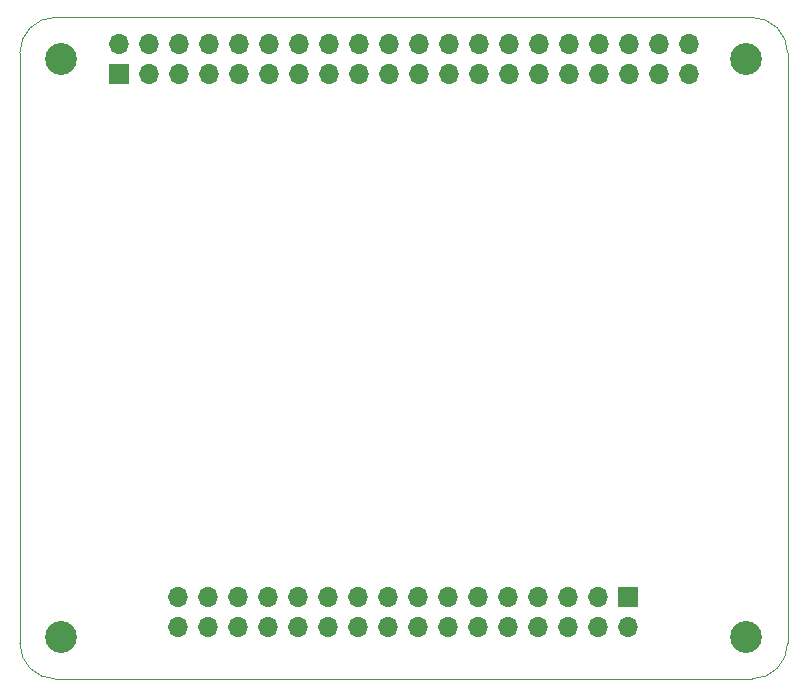
<source format=gbs>
G04 #@! TF.GenerationSoftware,KiCad,Pcbnew,8.0.6-8.0.6-0~ubuntu22.04.1*
G04 #@! TF.CreationDate,2024-12-26T22:40:21+01:00*
G04 #@! TF.ProjectId,ohsim_hat,6f687369-6d5f-4686-9174-2e6b69636164,rev?*
G04 #@! TF.SameCoordinates,Original*
G04 #@! TF.FileFunction,Soldermask,Bot*
G04 #@! TF.FilePolarity,Negative*
%FSLAX46Y46*%
G04 Gerber Fmt 4.6, Leading zero omitted, Abs format (unit mm)*
G04 Created by KiCad (PCBNEW 8.0.6-8.0.6-0~ubuntu22.04.1) date 2024-12-26 22:40:21*
%MOMM*%
%LPD*%
G01*
G04 APERTURE LIST*
%ADD10C,2.700000*%
%ADD11R,1.700000X1.700000*%
%ADD12O,1.700000X1.700000*%
G04 #@! TA.AperFunction,Profile*
%ADD13C,0.100000*%
G04 #@! TD*
G04 APERTURE END LIST*
D10*
X161500000Y-47500000D03*
X103500000Y-96500000D03*
X103500000Y-47500000D03*
X161500000Y-96500000D03*
D11*
X151500000Y-93060000D03*
D12*
X151500000Y-95600000D03*
X148960000Y-93060000D03*
X148960000Y-95600000D03*
X146420000Y-93060000D03*
X146420000Y-95600000D03*
X143880000Y-93060000D03*
X143880000Y-95600000D03*
X141340000Y-93060000D03*
X141340000Y-95600000D03*
X138800000Y-93060000D03*
X138800000Y-95600000D03*
X136260000Y-93060000D03*
X136260000Y-95600000D03*
X133720000Y-93060000D03*
X133720000Y-95600000D03*
X131180000Y-93060000D03*
X131180000Y-95600000D03*
X128640000Y-93060000D03*
X128640000Y-95600000D03*
X126100000Y-93060000D03*
X126100000Y-95600000D03*
X123560000Y-93060000D03*
X123560000Y-95600000D03*
X121020000Y-93060000D03*
X121020000Y-95600000D03*
X118480000Y-93060000D03*
X118480000Y-95600000D03*
X115940000Y-93060000D03*
X115940000Y-95600000D03*
X113400000Y-93060000D03*
X113400000Y-95600000D03*
D11*
X108370000Y-48780000D03*
D12*
X108370000Y-46240000D03*
X110910000Y-48780000D03*
X110910000Y-46240000D03*
X113450000Y-48780000D03*
X113450000Y-46240000D03*
X115990000Y-48780000D03*
X115990000Y-46240000D03*
X118530000Y-48780000D03*
X118530000Y-46240000D03*
X121070000Y-48780000D03*
X121070000Y-46240000D03*
X123610000Y-48780000D03*
X123610000Y-46240000D03*
X126150000Y-48780000D03*
X126150000Y-46240000D03*
X128690000Y-48780000D03*
X128690000Y-46240000D03*
X131230000Y-48780000D03*
X131230000Y-46240000D03*
X133770000Y-48780000D03*
X133770000Y-46240000D03*
X136310000Y-48780000D03*
X136310000Y-46240000D03*
X138850000Y-48780000D03*
X138850000Y-46240000D03*
X141390000Y-48780000D03*
X141390000Y-46240000D03*
X143930000Y-48780000D03*
X143930000Y-46240000D03*
X146470000Y-48780000D03*
X146470000Y-46240000D03*
X149010000Y-48780000D03*
X149010000Y-46240000D03*
X151550000Y-48780000D03*
X151550000Y-46240000D03*
X154090000Y-48780000D03*
X154090000Y-46240000D03*
X156630000Y-48780000D03*
X156630000Y-46240000D03*
D13*
X162000000Y-44000000D02*
G75*
G02*
X165000000Y-47000000I0J-3000000D01*
G01*
X165000000Y-97000000D02*
X165000000Y-47000000D01*
X100000000Y-47000000D02*
X100000000Y-81000000D01*
X103000000Y-100000000D02*
G75*
G02*
X100000000Y-97000000I0J3000000D01*
G01*
X103000000Y-100000000D02*
X162000000Y-100000000D01*
X165000000Y-97000000D02*
G75*
G02*
X162000000Y-100000000I-3000000J0D01*
G01*
X100000000Y-47000000D02*
G75*
G02*
X103000000Y-44000000I3000000J0D01*
G01*
X100000000Y-81000000D02*
X100000000Y-97000000D01*
X162000000Y-44000000D02*
X103000000Y-44000000D01*
M02*

</source>
